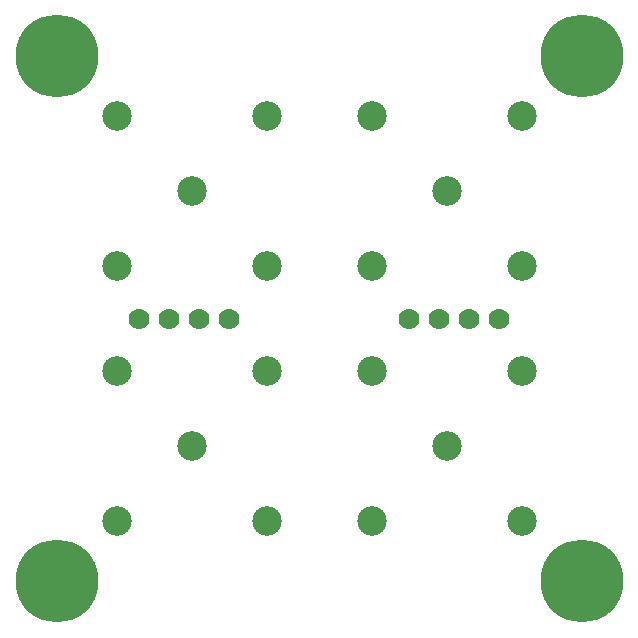
<source format=gbr>
%TF.GenerationSoftware,KiCad,Pcbnew,(5.99.0-12181-g5e8b23af64)*%
%TF.CreationDate,2021-09-04T21:06:35-05:00*%
%TF.ProjectId,coax-board,636f6178-2d62-46f6-9172-642e6b696361,rev?*%
%TF.SameCoordinates,Original*%
%TF.FileFunction,Soldermask,Top*%
%TF.FilePolarity,Negative*%
%FSLAX46Y46*%
G04 Gerber Fmt 4.6, Leading zero omitted, Abs format (unit mm)*
G04 Created by KiCad (PCBNEW (5.99.0-12181-g5e8b23af64)) date 2021-09-04 21:06:35*
%MOMM*%
%LPD*%
G01*
G04 APERTURE LIST*
%ADD10C,2.500000*%
%ADD11C,7.000000*%
%ADD12C,1.778000*%
G04 APERTURE END LIST*
D10*
%TO.C,J4*%
X140970000Y-96520000D03*
X147320000Y-102870000D03*
X147320000Y-90170000D03*
X134620000Y-90170000D03*
X134620000Y-102870000D03*
%TD*%
D11*
%TO.C,H4*%
X152400000Y-107950000D03*
%TD*%
D10*
%TO.C,J3*%
X119380000Y-96520000D03*
X125730000Y-102870000D03*
X113030000Y-102870000D03*
X113030000Y-90170000D03*
X125730000Y-90170000D03*
%TD*%
D11*
%TO.C,H3*%
X107950000Y-107950000D03*
%TD*%
%TO.C,H2*%
X107950000Y-63500000D03*
%TD*%
D12*
%TO.C,J3*%
X145415000Y-85725000D03*
X137795000Y-85725000D03*
X140335000Y-85725000D03*
X142875000Y-85725000D03*
%TD*%
D11*
%TO.C,H1*%
X152400000Y-63500000D03*
%TD*%
D10*
%TO.C,J2*%
X140970000Y-74930000D03*
X134620000Y-81280000D03*
X147320000Y-68580000D03*
X147320000Y-81280000D03*
X134620000Y-68580000D03*
%TD*%
%TO.C,J1*%
X119380000Y-74930000D03*
X113030000Y-68580000D03*
X125730000Y-81280000D03*
X113030000Y-81280000D03*
X125730000Y-68580000D03*
%TD*%
D12*
%TO.C,J3*%
X114935000Y-85725000D03*
X122555000Y-85725000D03*
X117475000Y-85725000D03*
X120015000Y-85725000D03*
%TD*%
M02*

</source>
